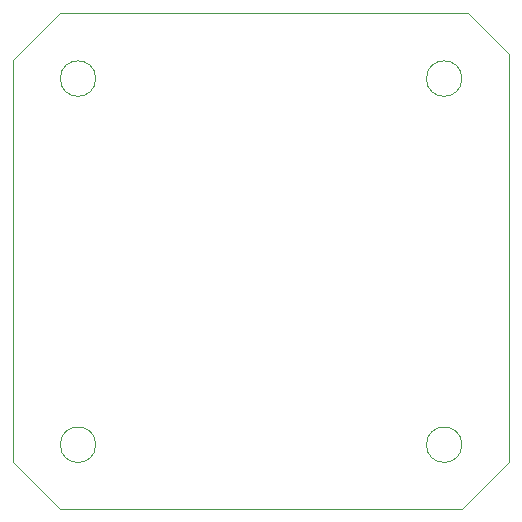
<source format=gbr>
%TF.GenerationSoftware,KiCad,Pcbnew,(6.0.7)*%
%TF.CreationDate,2022-09-21T11:21:43+02:00*%
%TF.ProjectId,CANpaca-EB-schematics,43414e70-6163-4612-9d45-422d73636865,rev?*%
%TF.SameCoordinates,Original*%
%TF.FileFunction,Profile,NP*%
%FSLAX46Y46*%
G04 Gerber Fmt 4.6, Leading zero omitted, Abs format (unit mm)*
G04 Created by KiCad (PCBNEW (6.0.7)) date 2022-09-21 11:21:43*
%MOMM*%
%LPD*%
G01*
G04 APERTURE LIST*
%TA.AperFunction,Profile*%
%ADD10C,0.100000*%
%TD*%
G04 APERTURE END LIST*
D10*
X77500000Y-76000000D02*
X111500000Y-76000000D01*
X112000000Y-34000000D02*
X77500000Y-34000000D01*
X115500000Y-72000000D02*
X115500000Y-37500000D01*
X111500000Y-70560000D02*
G75*
G03*
X111500000Y-70560000I-1500000J0D01*
G01*
X80500000Y-39560000D02*
G75*
G03*
X80500000Y-39560000I-1500000J0D01*
G01*
X80500000Y-70560000D02*
G75*
G03*
X80500000Y-70560000I-1500000J0D01*
G01*
X111500000Y-39560000D02*
G75*
G03*
X111500000Y-39560000I-1500000J0D01*
G01*
X73500000Y-38000000D02*
X73500000Y-72000000D01*
X112000000Y-34000000D02*
X115500000Y-37500000D01*
X77500000Y-34000000D02*
X73500000Y-38000000D01*
X77500000Y-76000000D02*
X73500000Y-72000000D01*
X115500000Y-72000000D02*
X111500000Y-76000000D01*
M02*

</source>
